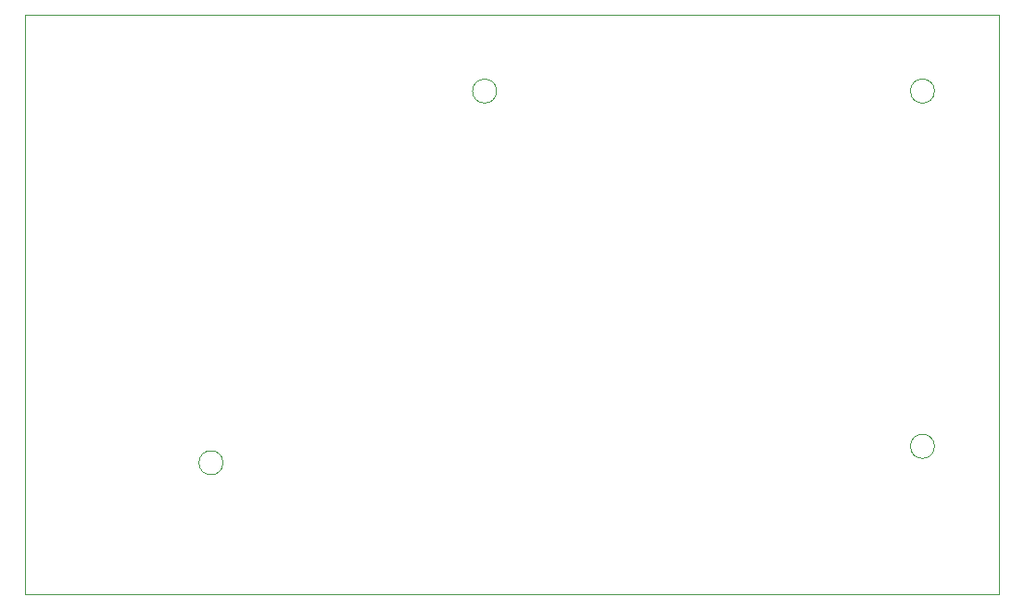
<source format=gbr>
%TF.GenerationSoftware,KiCad,Pcbnew,(6.0.9)*%
%TF.CreationDate,2023-01-27T09:56:42+11:00*%
%TF.ProjectId,CG22STAGE_MODULE,43473232-5354-4414-9745-5f4d4f44554c,rev?*%
%TF.SameCoordinates,Original*%
%TF.FileFunction,Profile,NP*%
%FSLAX46Y46*%
G04 Gerber Fmt 4.6, Leading zero omitted, Abs format (unit mm)*
G04 Created by KiCad (PCBNEW (6.0.9)) date 2023-01-27 09:56:42*
%MOMM*%
%LPD*%
G01*
G04 APERTURE LIST*
%TA.AperFunction,Profile*%
%ADD10C,0.100000*%
%TD*%
G04 APERTURE END LIST*
D10*
X145500000Y-135000000D02*
X234500000Y-135000000D01*
X234500000Y-135000000D02*
X234500000Y-82000000D01*
X234500000Y-82000000D02*
X145500000Y-82000000D01*
X145500000Y-82000000D02*
X145500000Y-135000000D01*
X188600000Y-89000000D02*
G75*
G03*
X188600000Y-89000000I-1100000J0D01*
G01*
X228600000Y-89000000D02*
G75*
G03*
X228600000Y-89000000I-1100000J0D01*
G01*
X228600000Y-121500000D02*
G75*
G03*
X228600000Y-121500000I-1100000J0D01*
G01*
X163600000Y-123000000D02*
G75*
G03*
X163600000Y-123000000I-1100000J0D01*
G01*
M02*

</source>
